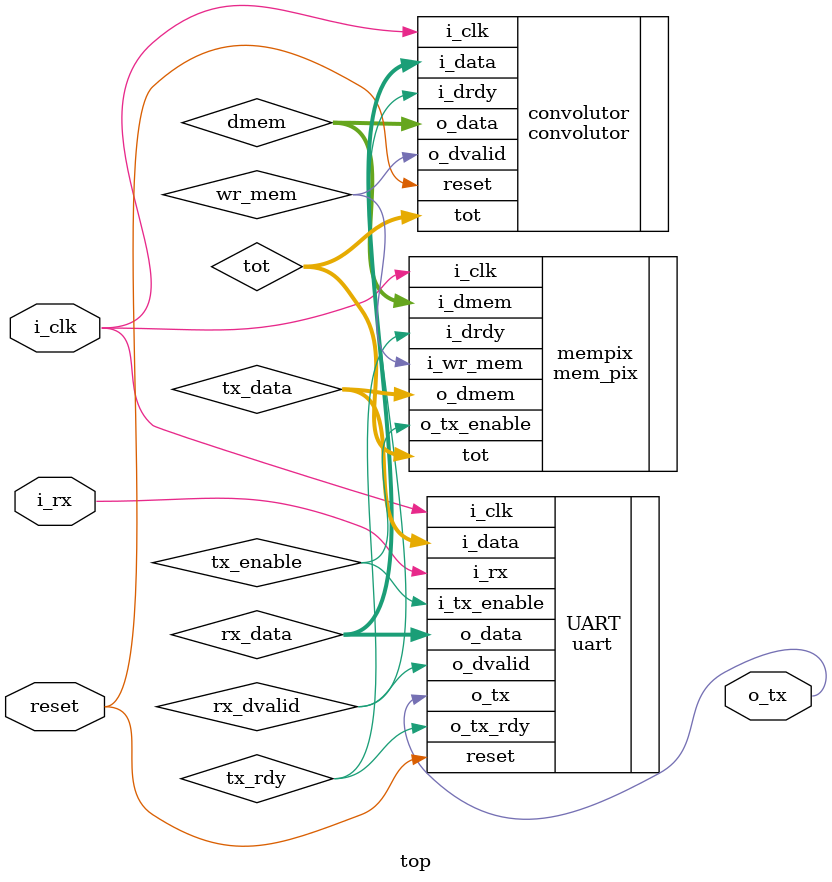
<source format=sv>
`timescale 1ns / 1ps

module top
    #(parameter clk_speed = 100_000000,
        baudrate = 921600,
        D_BITS = 8,
        SP_BITS = 1,
        row_depth = 450,
        column_depth = 500)
    (
    input logic i_clk,
    input logic reset,
    input logic i_rx,
    output logic o_tx
    );

    logic [D_BITS - 1:0] dmem, tx_data, rx_data;
    logic wr_mem, rx_dvalid, tx_enable, tx_rdy, tx_done;
    logic [31:0] tot;

    convolutor #(
        .row_depth(row_depth),
        .column_depth(column_depth),
        .D_BITS(D_BITS)
    )convolutor (
        .i_clk(i_clk),
        .reset(reset),
        .i_drdy(rx_dvalid),
        .i_data(rx_data),
        .o_dvalid(wr_mem),
        .o_data(dmem),
        .tot(tot)
    );

    mem_pix mempix(
        .i_clk(i_clk),
        .tot(tot),
        .i_drdy(tx_rdy),
        .i_dmem(dmem),
        .i_wr_mem(wr_mem),
        .o_dmem(tx_data),
        .o_tx_enable(tx_enable)
    );

    uart UART(
        .i_clk(i_clk),
        .reset(reset),
        .i_rx(i_rx),
        .i_data(tx_data),
        .i_tx_enable(tx_enable),
        .o_tx(o_tx),
        .o_data(rx_data),
        .o_dvalid(rx_dvalid),
        .o_tx_rdy(tx_rdy)
        //.o_tx_done(tx_done)
    );

endmodule

</source>
